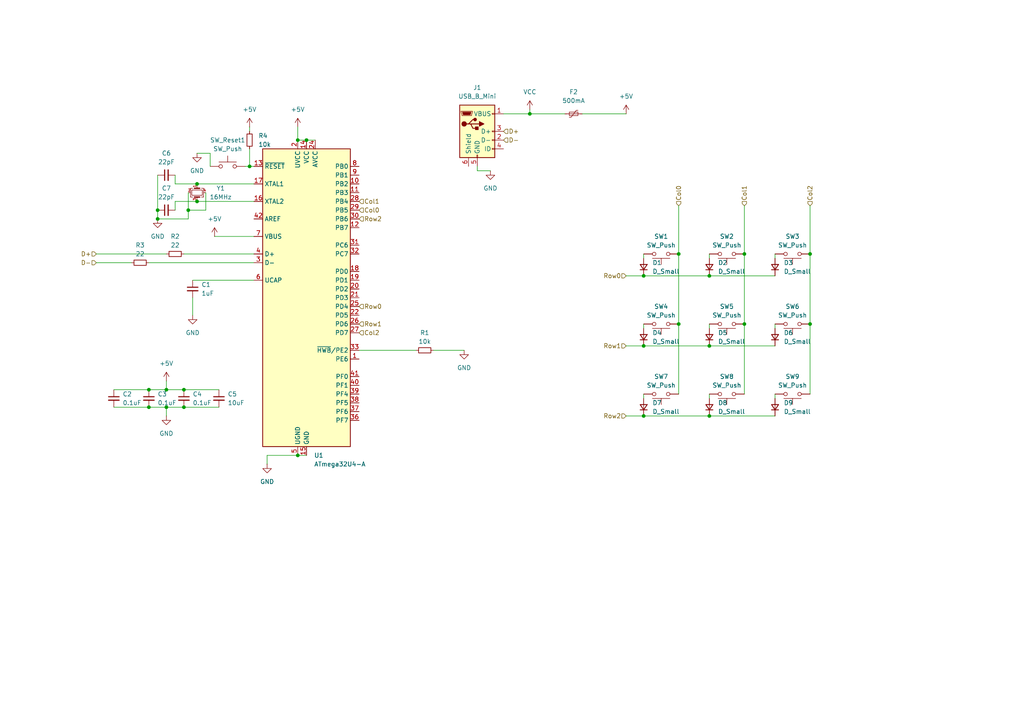
<source format=kicad_sch>
(kicad_sch (version 20231120) (generator "eeschema") (generator_version "8.0")
  (paper "A4")
  (lib_symbols
    (symbol "Connector:USB_B_Mini" (pin_names (offset 1.016))
      (property "Reference" "J" (at -5.08 11.43 0))
      (property "Value" "USB_B_Mini" (at -5.08 8.89 0))
      (symbol "USB_B_Mini_0_1"
        (rectangle (start -5.08 -7.62) (end 5.08 7.62) (stroke (width 0.254)) (fill (type background)))
        (circle (center -3.81 2.159) (radius 0.635) (stroke (width 0.254)) (fill (type outline)))
        (circle (center -0.635 3.429) (radius 0.381) (stroke (width 0.254)) (fill (type outline)))
        (rectangle (start -0.127 -7.62) (end 0.127 -6.858))
        (polyline (pts (xy -1.905 2.159) (xy 0.635 2.159)) (stroke (width 0.254)))
        (polyline (pts (xy -3.175 2.159) (xy -2.54 2.159) (xy -1.27 3.429) (xy -0.635 3.429)) (stroke (width 0.254)))
        (polyline (pts (xy -2.54 2.159) (xy -1.905 2.159) (xy -1.27 0.889) (xy 0 0.889)) (stroke (width 0.254)))
        (polyline (pts (xy 0.635 2.794) (xy 0.635 1.524) (xy 1.905 2.159) (xy 0.635 2.794)) (stroke (width 0.254)) (fill (type outline)))
        (polyline (pts (xy -4.318 5.588) (xy -1.778 5.588) (xy -2.032 4.826) (xy -4.064 4.826) (xy -4.318 5.588)) (fill (type outline)))
        (polyline (pts (xy -4.699 5.842) (xy -4.699 5.588) (xy -4.445 4.826) (xy -4.445 4.572) (xy -1.651 4.572) (xy -1.651 4.826) (xy -1.397 5.588) (xy -1.397 5.842) (xy -4.699 5.842)))
        (rectangle (start 0.254 1.27) (end -0.508 0.508) (stroke (width 0.254)) (fill (type outline)))
        (rectangle (start 5.08 -5.207) (end 4.318 -4.953))
        (rectangle (start 5.08 -2.667) (end 4.318 -2.413))
        (rectangle (start 5.08 -0.127) (end 4.318 0.127))
        (rectangle (start 5.08 4.953) (end 4.318 5.207))
      )
      (symbol "USB_B_Mini_1_1"
        (pin power_out line (at 7.62 5.08 180) (length 2.54) (name "VBUS") (number "1"))
        (pin bidirectional line (at 7.62 -2.54 180) (length 2.54) (name "D-") (number "2"))
        (pin bidirectional line (at 7.62 0 180) (length 2.54) (name "D+") (number "3"))
        (pin passive line (at 7.62 -5.08 180) (length 2.54) (name "ID") (number "4"))
        (pin power_out line (at 0 -10.16 90) (length 2.54) (name "GND") (number "5"))
        (pin passive line (at -2.54 -10.16 90) (length 2.54) (name "Shield") (number "6"))
      )
    )
    (symbol "Device:C_Small" (pin_numbers hide) (pin_names (offset 0.254) hide)
      (property "Reference" "C" (at 0.254 1.778 0))
      (property "Value" "C_Small" (at 0.254 -2.032 0))
      (symbol "C_Small_0_1"
        (polyline (pts (xy -1.524 -0.508) (xy 1.524 -0.508)) (stroke (width 0.3302)))
        (polyline (pts (xy -1.524 0.508) (xy 1.524 0.508)) (stroke (width 0.3048)))
      )
      (symbol "C_Small_1_1"
        (pin passive line (at 0 2.54 270) (length 2.032) (name "~") (number "1"))
        (pin passive line (at 0 -2.54 90) (length 2.032) (name "~") (number "2"))
      )
    )
    (symbol "Device:Crystal_GND24_Small" (pin_names (offset 1.016) hide)
      (property "Reference" "Y" (at 1.27 4.445 0))
      (property "Value" "Crystal_GND24_Small" (at 1.27 2.54 0))
      (symbol "Crystal_GND24_Small_0_1"
        (rectangle (start -0.762 -1.524) (end 0.762 1.524))
        (polyline (pts (xy -1.27 -0.762) (xy -1.27 0.762)) (stroke (width 0.381)))
        (polyline (pts (xy 1.27 -0.762) (xy 1.27 0.762)) (stroke (width 0.381)))
        (polyline (pts (xy -1.27 -1.27) (xy -1.27 -1.905) (xy 1.27 -1.905) (xy 1.27 -1.27)))
        (polyline (pts (xy -1.27 1.27) (xy -1.27 1.905) (xy 1.27 1.905) (xy 1.27 1.27)))
      )
      (symbol "Crystal_GND24_Small_1_1"
        (pin passive line (at -2.54 0 0) (length 1.27) (name "1") (number "1"))
        (pin passive line (at 0 -2.54 90) (length 0.635) (name "2") (number "2"))
        (pin passive line (at 2.54 0 180) (length 1.27) (name "3") (number "3"))
        (pin passive line (at 0 2.54 270) (length 0.635) (name "4") (number "4"))
      )
    )
    (symbol "Device:D_Small" (pin_numbers hide) (pin_names (offset 0.254) hide)
      (property "Reference" "D" (at -1.27 2.032 0))
      (property "Value" "D_Small" (at -3.81 -2.032 0))
      (symbol "D_Small_0_1"
        (polyline (pts (xy -0.762 -1.016) (xy -0.762 1.016)) (stroke (width 0.254)))
        (polyline (pts (xy -0.762 0) (xy 0.762 0)))
        (polyline (pts (xy 0.762 -1.016) (xy -0.762 0) (xy 0.762 1.016) (xy 0.762 -1.016)) (stroke (width 0.254)))
      )
      (symbol "D_Small_1_1"
        (pin passive line (at -2.54 0 0) (length 1.778) (name "K") (number "1"))
        (pin passive line (at 2.54 0 180) (length 1.778) (name "A") (number "2"))
      )
    )
    (symbol "Device:Polyfuse_Small" (pin_numbers hide) (pin_names (offset 0))
      (property "Reference" "F" (at -1.905 0 90))
      (property "Value" "Polyfuse_Small" (at 1.905 0 90))
      (symbol "Polyfuse_Small_0_1"
        (rectangle (start -0.508 1.27) (end 0.508 -1.27))
        (polyline (pts (xy 0 2.54) (xy 0 -2.54)))
        (polyline (pts (xy -1.016 1.27) (xy -1.016 0.762) (xy 1.016 -0.762) (xy 1.016 -1.27)))
      )
      (symbol "Polyfuse_Small_1_1"
        (pin passive line (at 0 2.54 270) (length 0.635) (name "~") (number "1"))
        (pin passive line (at 0 -2.54 90) (length 0.635) (name "~") (number "2"))
      )
    )
    (symbol "Device:R_Small" (pin_numbers hide) (pin_names (offset 0.254) hide)
      (property "Reference" "R" (at 0.762 0.508 0))
      (property "Value" "R_Small" (at 0.762 -1.016 0))
      (symbol "R_Small_0_1"
        (rectangle (start -0.762 1.778) (end 0.762 -1.778) (stroke (width 0.2032)))
      )
      (symbol "R_Small_1_1"
        (pin passive line (at 0 2.54 270) (length 0.762) (name "~") (number "1"))
        (pin passive line (at 0 -2.54 90) (length 0.762) (name "~") (number "2"))
      )
    )
    (symbol "MCU_Microchip_ATmega:ATmega32U4-A"
      (property "Reference" "U" (at -12.7 44.45 0))
      (property "Value" "ATmega32U4-A" (at 2.54 -44.45 0))
      (symbol "ATmega32U4-A_0_1"
        (rectangle (start -12.7 -43.18) (end 12.7 43.18) (stroke (width 0.254)) (fill (type background)))
      )
      (symbol "ATmega32U4-A_1_1"
        (pin bidirectional line (at 15.24 -17.78 180) (length 2.54) (name "PE6") (number "1"))
        (pin bidirectional line (at 15.24 33.02 180) (length 2.54) (name "PB2") (number "10"))
        (pin bidirectional line (at 15.24 30.48 180) (length 2.54) (name "PB3") (number "11"))
        (pin bidirectional line (at 15.24 20.32 180) (length 2.54) (name "PB7") (number "12"))
        (pin input line (at -15.24 38.1 0) (length 2.54) (name "~{RESET}") (number "13"))
        (pin power_in line (at 0 45.72 270) (length 2.54) (name "VCC") (number "14"))
        (pin power_in line (at 0 -45.72 90) (length 2.54) (name "GND") (number "15"))
        (pin output line (at -15.24 27.94 0) (length 2.54) (name "XTAL2") (number "16"))
        (pin input line (at -15.24 33.02 0) (length 2.54) (name "XTAL1") (number "17"))
        (pin bidirectional line (at 15.24 7.62 180) (length 2.54) (name "PD0") (number "18"))
        (pin bidirectional line (at 15.24 5.08 180) (length 2.54) (name "PD1") (number "19"))
        (pin power_in line (at -2.54 45.72 270) (length 2.54) (name "UVCC") (number "2"))
        (pin bidirectional line (at 15.24 2.54 180) (length 2.54) (name "PD2") (number "20"))
        (pin bidirectional line (at 15.24 0 180) (length 2.54) (name "PD3") (number "21"))
        (pin bidirectional line (at 15.24 -5.08 180) (length 2.54) (name "PD5") (number "22"))
        (pin passive line (at 0 -45.72 90) (length 2.54) hide (name "GND") (number "23"))
        (pin power_in line (at 2.54 45.72 270) (length 2.54) (name "AVCC") (number "24"))
        (pin bidirectional line (at 15.24 -2.54 180) (length 2.54) (name "PD4") (number "25"))
        (pin bidirectional line (at 15.24 -7.62 180) (length 2.54) (name "PD6") (number "26"))
        (pin bidirectional line (at 15.24 -10.16 180) (length 2.54) (name "PD7") (number "27"))
        (pin bidirectional line (at 15.24 27.94 180) (length 2.54) (name "PB4") (number "28"))
        (pin bidirectional line (at 15.24 25.4 180) (length 2.54) (name "PB5") (number "29"))
        (pin bidirectional line (at -15.24 10.16 0) (length 2.54) (name "D-") (number "3"))
        (pin bidirectional line (at 15.24 22.86 180) (length 2.54) (name "PB6") (number "30"))
        (pin bidirectional line (at 15.24 15.24 180) (length 2.54) (name "PC6") (number "31"))
        (pin bidirectional line (at 15.24 12.7 180) (length 2.54) (name "PC7") (number "32"))
        (pin bidirectional line (at 15.24 -15.24 180) (length 2.54) (name "~{HWB}/PE2") (number "33"))
        (pin passive line (at 0 45.72 270) (length 2.54) hide (name "VCC") (number "34"))
        (pin passive line (at 0 -45.72 90) (length 2.54) hide (name "GND") (number "35"))
        (pin bidirectional line (at 15.24 -35.56 180) (length 2.54) (name "PF7") (number "36"))
        (pin bidirectional line (at 15.24 -33.02 180) (length 2.54) (name "PF6") (number "37"))
        (pin bidirectional line (at 15.24 -30.48 180) (length 2.54) (name "PF5") (number "38"))
        (pin bidirectional line (at 15.24 -27.94 180) (length 2.54) (name "PF4") (number "39"))
        (pin bidirectional line (at -15.24 12.7 0) (length 2.54) (name "D+") (number "4"))
        (pin bidirectional line (at 15.24 -25.4 180) (length 2.54) (name "PF1") (number "40"))
        (pin bidirectional line (at 15.24 -22.86 180) (length 2.54) (name "PF0") (number "41"))
        (pin passive line (at -15.24 22.86 0) (length 2.54) (name "AREF") (number "42"))
        (pin passive line (at 0 -45.72 90) (length 2.54) hide (name "GND") (number "43"))
        (pin passive line (at 2.54 45.72 270) (length 2.54) hide (name "AVCC") (number "44"))
        (pin passive line (at -2.54 -45.72 90) (length 2.54) (name "UGND") (number "5"))
        (pin passive line (at -15.24 5.08 0) (length 2.54) (name "UCAP") (number "6"))
        (pin input line (at -15.24 17.78 0) (length 2.54) (name "VBUS") (number "7"))
        (pin bidirectional line (at 15.24 38.1 180) (length 2.54) (name "PB0") (number "8"))
        (pin bidirectional line (at 15.24 35.56 180) (length 2.54) (name "PB1") (number "9"))
      )
    )
    (symbol "Switch:SW_Push" (pin_numbers hide) (pin_names (offset 1.016) hide)
      (property "Reference" "SW" (at 1.27 2.54 0))
      (property "Value" "SW_Push" (at 0 -1.524 0))
      (symbol "SW_Push_0_1"
        (circle (center -2.032 0) (radius 0.508))
        (polyline (pts (xy 0 1.27) (xy 0 3.048)))
        (polyline (pts (xy 2.54 1.27) (xy -2.54 1.27)))
        (circle (center 2.032 0) (radius 0.508))
        (pin passive line (at -5.08 0 0) (length 2.54) (name "1") (number "1"))
        (pin passive line (at 5.08 0 180) (length 2.54) (name "2") (number "2"))
      )
    )
    (symbol "power:+5V" (power) (pin_numbers hide) (pin_names (offset 0) hide)
      (property "Value" "+5V" (at 0 3.556 0))
      (symbol "+5V_0_1"
        (polyline (pts (xy -0.762 1.27) (xy 0 2.54)))
        (polyline (pts (xy 0 0) (xy 0 2.54)))
        (polyline (pts (xy 0 2.54) (xy 0.762 1.27)))
      )
      (symbol "+5V_1_1"
        (pin power_in line (at 0 0 90) (length 0) (name "~") (number "1"))
      )
    )
    (symbol "power:GND" (power) (pin_numbers hide) (pin_names (offset 0) hide)
      (property "Value" "GND" (at 0 -3.81 0))
      (symbol "GND_0_1"
        (polyline (pts (xy 0 0) (xy 0 -1.27) (xy 1.27 -1.27) (xy 0 -2.54) (xy -1.27 -1.27) (xy 0 -1.27)))
      )
      (symbol "GND_1_1"
        (pin power_in line (at 0 0 270) (length 0) (name "~") (number "1"))
      )
    )
    (symbol "power:VCC" (power) (pin_numbers hide) (pin_names (offset 0) hide)
      (property "Value" "VCC" (at 0 3.556 0))
      (symbol "VCC_0_1"
        (polyline (pts (xy -0.762 1.27) (xy 0 2.54)))
        (polyline (pts (xy 0 0) (xy 0 2.54)))
        (polyline (pts (xy 0 2.54) (xy 0.762 1.27)))
      )
      (symbol "VCC_1_1"
        (pin power_in line (at 0 0 90) (length 0) (name "~") (number "1"))
      )
    )
  )
  (junction (at 45.72 63.5))
  (junction (at 45.72 60.96))
  (junction (at 48.26 118.11))
  (junction (at 234.95 73.66))
  (junction (at 205.74 120.65))
  (junction (at 215.9 93.98))
  (junction (at 186.69 80.01))
  (junction (at 53.34 113.03))
  (junction (at 72.39 48.26))
  (junction (at 234.95 93.98))
  (junction (at 86.36 132.08))
  (junction (at 54.61 60.96))
  (junction (at 186.69 120.65))
  (junction (at 53.34 118.11))
  (junction (at 43.18 118.11))
  (junction (at 48.26 113.03))
  (junction (at 57.15 58.42))
  (junction (at 215.9 73.66))
  (junction (at 196.85 93.98))
  (junction (at 86.36 40.64))
  (junction (at 205.74 100.33))
  (junction (at 205.74 80.01))
  (junction (at 43.18 113.03))
  (junction (at 57.15 53.34))
  (junction (at 186.69 100.33))
  (junction (at 153.67 33.02))
  (junction (at 196.85 73.66))
  (junction (at 88.9 40.64))
  (wire (pts (xy 181.61 100.33) (xy 186.69 100.33)))
  (wire (pts (xy 88.9 132.08) (xy 86.36 132.08)))
  (wire (pts (xy 205.74 73.66) (xy 205.74 74.93)))
  (wire (pts (xy 234.95 59.69) (xy 234.95 73.66)))
  (wire (pts (xy 54.61 60.96) (xy 54.61 63.5)))
  (wire (pts (xy 57.15 53.34) (xy 73.66 53.34)))
  (wire (pts (xy 125.73 101.6) (xy 134.62 101.6)))
  (wire (pts (xy 50.8 60.96) (xy 50.8 58.42)))
  (wire (pts (xy 77.47 132.08) (xy 77.47 134.62)))
  (wire (pts (xy 224.79 114.3) (xy 224.79 115.57)))
  (wire (pts (xy 33.02 113.03) (xy 43.18 113.03)))
  (wire (pts (xy 57.15 58.42) (xy 73.66 58.42)))
  (wire (pts (xy 72.39 36.83) (xy 72.39 38.1)))
  (wire (pts (xy 45.72 50.8) (xy 45.72 60.96)))
  (wire (pts (xy 86.36 132.08) (xy 77.47 132.08)))
  (wire (pts (xy 48.26 110.49) (xy 48.26 113.03)))
  (wire (pts (xy 196.85 93.98) (xy 196.85 114.3)))
  (wire (pts (xy 60.96 48.26) (xy 60.96 44.45)))
  (wire (pts (xy 48.26 113.03) (xy 53.34 113.03)))
  (wire (pts (xy 224.79 93.98) (xy 224.79 95.25)))
  (wire (pts (xy 205.74 100.33) (xy 224.79 100.33)))
  (wire (pts (xy 205.74 80.01) (xy 224.79 80.01)))
  (wire (pts (xy 224.79 73.66) (xy 224.79 74.93)))
  (wire (pts (xy 72.39 43.18) (xy 72.39 48.26)))
  (wire (pts (xy 153.67 33.02) (xy 163.83 33.02)))
  (wire (pts (xy 53.34 113.03) (xy 63.5 113.03)))
  (wire (pts (xy 27.94 73.66) (xy 48.26 73.66)))
  (wire (pts (xy 181.61 120.65) (xy 186.69 120.65)))
  (wire (pts (xy 48.26 118.11) (xy 48.26 120.65)))
  (wire (pts (xy 43.18 118.11) (xy 48.26 118.11)))
  (wire (pts (xy 54.61 63.5) (xy 45.72 63.5)))
  (wire (pts (xy 142.24 49.53) (xy 138.43 49.53)))
  (wire (pts (xy 53.34 118.11) (xy 63.5 118.11)))
  (wire (pts (xy 205.74 93.98) (xy 205.74 95.25)))
  (wire (pts (xy 196.85 73.66) (xy 196.85 93.98)))
  (wire (pts (xy 59.69 55.88) (xy 59.69 60.96)))
  (wire (pts (xy 59.69 60.96) (xy 54.61 60.96)))
  (wire (pts (xy 43.18 113.03) (xy 48.26 113.03)))
  (wire (pts (xy 215.9 73.66) (xy 215.9 93.98)))
  (wire (pts (xy 60.96 44.45) (xy 57.15 44.45)))
  (wire (pts (xy 50.8 53.34) (xy 57.15 53.34)))
  (wire (pts (xy 138.43 49.53) (xy 138.43 48.26)))
  (wire (pts (xy 86.36 36.83) (xy 86.36 40.64)))
  (wire (pts (xy 153.67 31.75) (xy 153.67 33.02)))
  (wire (pts (xy 205.74 120.65) (xy 224.79 120.65)))
  (wire (pts (xy 186.69 120.65) (xy 205.74 120.65)))
  (wire (pts (xy 62.23 68.58) (xy 73.66 68.58)))
  (wire (pts (xy 186.69 100.33) (xy 205.74 100.33)))
  (wire (pts (xy 71.12 48.26) (xy 72.39 48.26)))
  (wire (pts (xy 50.8 50.8) (xy 50.8 53.34)))
  (wire (pts (xy 33.02 118.11) (xy 43.18 118.11)))
  (wire (pts (xy 186.69 93.98) (xy 186.69 95.25)))
  (wire (pts (xy 54.61 55.88) (xy 54.61 60.96)))
  (wire (pts (xy 50.8 58.42) (xy 57.15 58.42)))
  (wire (pts (xy 104.14 101.6) (xy 120.65 101.6)))
  (wire (pts (xy 168.91 33.02) (xy 181.61 33.02)))
  (wire (pts (xy 86.36 40.64) (xy 88.9 40.64)))
  (wire (pts (xy 205.74 114.3) (xy 205.74 115.57)))
  (wire (pts (xy 146.05 33.02) (xy 153.67 33.02)))
  (wire (pts (xy 234.95 93.98) (xy 234.95 114.3)))
  (wire (pts (xy 186.69 80.01) (xy 205.74 80.01)))
  (wire (pts (xy 215.9 93.98) (xy 215.9 114.3)))
  (wire (pts (xy 88.9 40.64) (xy 91.44 40.64)))
  (wire (pts (xy 186.69 74.93) (xy 186.69 73.66)))
  (wire (pts (xy 43.18 76.2) (xy 73.66 76.2)))
  (wire (pts (xy 53.34 73.66) (xy 73.66 73.66)))
  (wire (pts (xy 45.72 60.96) (xy 45.72 63.5)))
  (wire (pts (xy 215.9 59.69) (xy 215.9 73.66)))
  (wire (pts (xy 55.88 81.28) (xy 73.66 81.28)))
  (wire (pts (xy 181.61 80.01) (xy 186.69 80.01)))
  (wire (pts (xy 48.26 118.11) (xy 53.34 118.11)))
  (wire (pts (xy 55.88 86.36) (xy 55.88 91.44)))
  (wire (pts (xy 234.95 73.66) (xy 234.95 93.98)))
  (wire (pts (xy 196.85 59.69) (xy 196.85 73.66)))
  (wire (pts (xy 72.39 48.26) (xy 73.66 48.26)))
  (wire (pts (xy 186.69 114.3) (xy 186.69 115.57)))
  (wire (pts (xy 27.94 76.2) (xy 38.1 76.2)))
  (hierarchical_label "D+" (shape input) (at 146.05 38.1 0))
  (hierarchical_label "Col2" (shape input) (at 104.14 96.52 0))
  (hierarchical_label "Row2" (shape input) (at 181.61 120.65 180))
  (hierarchical_label "Col2" (shape input) (at 234.95 59.69 90))
  (hierarchical_label "D-" (shape input) (at 27.94 76.2 180))
  (hierarchical_label "Col1" (shape input) (at 215.9 59.69 90))
  (hierarchical_label "Row0" (shape input) (at 104.14 88.9 0))
  (hierarchical_label "Col0" (shape input) (at 104.14 60.96 0))
  (hierarchical_label "D-" (shape input) (at 146.05 40.64 0))
  (hierarchical_label "Col1" (shape input) (at 104.14 58.42 0))
  (hierarchical_label "Row2" (shape input) (at 104.14 63.5 0))
  (hierarchical_label "Row1" (shape input) (at 104.14 93.98 0))
  (hierarchical_label "D+" (shape input) (at 27.94 73.66 180))
  (hierarchical_label "Row0" (shape input) (at 181.61 80.01 180))
  (hierarchical_label "Row1" (shape input) (at 181.61 100.33 180))
  (hierarchical_label "Col0" (shape input) (at 196.85 59.69 90))
  (symbol (lib_id "Switch:SW_Push") (at 229.87 93.98 180) (unit 1)
    (property "Reference" "SW6" (at 229.87 88.9 0))
    (property "Value" "SW_Push" (at 229.87 91.44 0))
    (property "Footprint" "PCM_Switch_Keyboard_Hotswap_Kailh:SW_Hotswap_Kailh_MX_Plated_1.00u" (effects (hide yes)))
    (property "Description" "Push button switch, generic, two pins" (effects (hide yes)))
  )
  (symbol (lib_id "Device:C_Small") (at 63.5 115.57 0) (unit 1)
    (property "Reference" "C5" (at 66.04 114.3062 0) (effects (justify left)))
    (property "Value" "10uF" (at 66.04 116.8462 0) (effects (justify left)))
    (property "Footprint" "Capacitor_SMD:C_0805_2012Metric" (effects (hide yes)))
    (property "Description" "Unpolarized capacitor, small symbol" (effects (hide yes)))
  )
  (symbol (lib_id "Switch:SW_Push") (at 66.04 48.26 0) (unit 1)
    (property "Reference" "SW_Reset1" (at 66.04 40.64 0))
    (property "Value" "SW_Push" (at 66.04 43.18 0))
    (property "Footprint" "Button_Switch_SMD:SW_Push_1P1T_NO_CK_KMR2" (effects (hide yes)))
    (property "Description" "Push button switch, generic, two pins" (effects (hide yes)))
  )
  (symbol (lib_id "Switch:SW_Push") (at 210.82 93.98 180) (unit 1)
    (property "Reference" "SW5" (at 210.82 88.9 0))
    (property "Value" "SW_Push" (at 210.82 91.44 0))
    (property "Footprint" "PCM_Switch_Keyboard_Hotswap_Kailh:SW_Hotswap_Kailh_MX_Plated_1.00u" (effects (hide yes)))
    (property "Description" "Push button switch, generic, two pins" (effects (hide yes)))
  )
  (symbol (lib_id "Switch:SW_Push") (at 210.82 114.3 180) (unit 1)
    (property "Reference" "SW8" (at 210.82 109.22 0))
    (property "Value" "SW_Push" (at 210.82 111.76 0))
    (property "Footprint" "PCM_Switch_Keyboard_Hotswap_Kailh:SW_Hotswap_Kailh_MX_Plated_1.00u" (effects (hide yes)))
    (property "Description" "Push button switch, generic, two pins" (effects (hide yes)))
  )
  (symbol (lib_id "power:+5V") (at 86.36 36.83 0) (unit 1)
    (property "Reference" "#PWR01" (effects (hide yes)))
    (property "Value" "+5V" (at 86.36 31.75 0))
    (property "Description" "Power symbol creates a global label with name \"+5V\"" (effects (hide yes)))
  )
  (symbol (lib_id "Switch:SW_Push") (at 191.77 93.98 180) (unit 1)
    (property "Reference" "SW4" (at 191.77 88.9 0))
    (property "Value" "SW_Push" (at 191.77 91.44 0))
    (property "Footprint" "PCM_Switch_Keyboard_Hotswap_Kailh:SW_Hotswap_Kailh_MX_Plated_1.00u" (effects (hide yes)))
    (property "Description" "Push button switch, generic, two pins" (effects (hide yes)))
  )
  (symbol (lib_id "Device:D_Small") (at 186.69 97.79 90) (unit 1)
    (property "Reference" "D4" (at 189.23 96.5199 90) (effects (justify right)))
    (property "Value" "D_Small" (at 189.23 99.0599 90) (effects (justify right)))
    (property "Footprint" "Diode_SMD:D_SOD-123" (effects (hide yes)))
    (property "Description" "Diode, small symbol" (effects (hide yes)))
    (property "Sim.Device" "D" (effects (hide yes)))
    (property "Sim.Pins" "1=K 2=A" (effects (hide yes)))
  )
  (symbol (lib_id "Device:Crystal_GND24_Small") (at 57.15 55.88 270) (unit 1)
    (property "Reference" "Y1" (at 64.008 54.61 90))
    (property "Value" "16MHz" (at 64.008 57.15 90))
    (property "Footprint" "Crystal:Crystal_SMD_3225-4Pin_3.2x2.5mm" (effects (hide yes)))
    (property "Description" "Four pin crystal, GND on pins 2 and 4, small symbol" (effects (hide yes)))
  )
  (symbol (lib_id "power:+5V") (at 48.26 110.49 0) (unit 1)
    (property "Reference" "#PWR06" (effects (hide yes)))
    (property "Value" "+5V" (at 48.26 105.41 0))
    (property "Description" "Power symbol creates a global label with name \"+5V\"" (effects (hide yes)))
  )
  (symbol (lib_id "Device:D_Small") (at 224.79 97.79 90) (unit 1)
    (property "Reference" "D6" (at 227.33 96.5199 90) (effects (justify right)))
    (property "Value" "D_Small" (at 227.33 99.0599 90) (effects (justify right)))
    (property "Footprint" "Diode_SMD:D_SOD-123" (effects (hide yes)))
    (property "Description" "Diode, small symbol" (effects (hide yes)))
    (property "Sim.Device" "D" (effects (hide yes)))
    (property "Sim.Pins" "1=K 2=A" (effects (hide yes)))
  )
  (symbol (lib_id "Device:C_Small") (at 55.88 83.82 0) (unit 1)
    (property "Reference" "C1" (at 58.42 82.5562 0) (effects (justify left)))
    (property "Value" "1uF" (at 58.42 85.0962 0) (effects (justify left)))
    (property "Footprint" "Capacitor_SMD:C_0805_2012Metric" (effects (hide yes)))
    (property "Description" "Unpolarized capacitor, small symbol" (effects (hide yes)))
  )
  (symbol (lib_id "power:GND") (at 142.24 49.53 0) (unit 1)
    (property "Reference" "#PWR016" (effects (hide yes)))
    (property "Value" "GND" (at 142.24 54.61 0))
    (property "Description" "Power symbol creates a global label with name \"GND\" , ground" (effects (hide yes)))
  )
  (symbol (lib_id "Switch:SW_Push") (at 191.77 114.3 180) (unit 1)
    (property "Reference" "SW7" (at 191.77 109.22 0))
    (property "Value" "SW_Push" (at 191.77 111.76 0))
    (property "Footprint" "PCM_Switch_Keyboard_Hotswap_Kailh:SW_Hotswap_Kailh_MX_Plated_1.00u" (effects (hide yes)))
    (property "Description" "Push button switch, generic, two pins" (effects (hide yes)))
  )
  (symbol (lib_id "power:GND") (at 57.15 44.45 0) (unit 1)
    (property "Reference" "#PWR09" (effects (hide yes)))
    (property "Value" "GND" (at 57.15 49.53 0))
    (property "Description" "Power symbol creates a global label with name \"GND\" , ground" (effects (hide yes)))
  )
  (symbol (lib_id "power:GND") (at 48.26 120.65 0) (unit 1)
    (property "Reference" "#PWR05" (effects (hide yes)))
    (property "Value" "GND" (at 48.26 125.73 0))
    (property "Description" "Power symbol creates a global label with name \"GND\" , ground" (effects (hide yes)))
  )
  (symbol (lib_id "Device:C_Small") (at 53.34 115.57 0) (unit 1)
    (property "Reference" "C4" (at 55.88 114.3062 0) (effects (justify left)))
    (property "Value" "0.1uF" (at 55.88 116.8462 0) (effects (justify left)))
    (property "Footprint" "Capacitor_SMD:C_0805_2012Metric" (effects (hide yes)))
    (property "Description" "Unpolarized capacitor, small symbol" (effects (hide yes)))
  )
  (symbol (lib_id "Device:R_Small") (at 50.8 73.66 90) (unit 1)
    (property "Reference" "R2" (at 50.8 68.58 90))
    (property "Value" "22" (at 50.8 71.12 90))
    (property "Footprint" "Resistor_SMD:R_0805_2012Metric" (effects (hide yes)))
    (property "Description" "Resistor, small symbol" (effects (hide yes)))
  )
  (symbol (lib_id "Switch:SW_Push") (at 229.87 114.3 180) (unit 1)
    (property "Reference" "SW9" (at 229.87 109.22 0))
    (property "Value" "SW_Push" (at 229.87 111.76 0))
    (property "Footprint" "PCM_Switch_Keyboard_Hotswap_Kailh:SW_Hotswap_Kailh_MX_Plated_1.00u" (effects (hide yes)))
    (property "Description" "Push button switch, generic, two pins" (effects (hide yes)))
  )
  (symbol (lib_id "Switch:SW_Push") (at 191.77 73.66 180) (unit 1)
    (property "Reference" "SW1" (at 191.77 68.58 0))
    (property "Value" "SW_Push" (at 191.77 71.12 0))
    (property "Footprint" "PCM_Switch_Keyboard_Hotswap_Kailh:SW_Hotswap_Kailh_MX_Plated_1.00u" (effects (hide yes)))
    (property "Description" "Push button switch, generic, two pins" (effects (hide yes)))
  )
  (symbol (lib_id "Switch:SW_Push") (at 210.82 73.66 180) (unit 1)
    (property "Reference" "SW2" (at 210.82 68.58 0))
    (property "Value" "SW_Push" (at 210.82 71.12 0))
    (property "Footprint" "PCM_Switch_Keyboard_Hotswap_Kailh:SW_Hotswap_Kailh_MX_Plated_1.00u" (effects (hide yes)))
    (property "Description" "Push button switch, generic, two pins" (effects (hide yes)))
  )
  (symbol (lib_id "Device:C_Small") (at 48.26 60.96 90) (unit 1)
    (property "Reference" "C7" (at 48.2663 54.61 90))
    (property "Value" "22pF" (at 48.2663 57.15 90))
    (property "Footprint" "Capacitor_SMD:C_0805_2012Metric" (effects (hide yes)))
    (property "Description" "Unpolarized capacitor, small symbol" (effects (hide yes)))
  )
  (symbol (lib_id "Device:C_Small") (at 33.02 115.57 0) (unit 1)
    (property "Reference" "C2" (at 35.56 114.3062 0) (effects (justify left)))
    (property "Value" "0.1uF" (at 35.56 116.8462 0) (effects (justify left)))
    (property "Footprint" "Capacitor_SMD:C_0805_2012Metric" (effects (hide yes)))
    (property "Description" "Unpolarized capacitor, small symbol" (effects (hide yes)))
  )
  (symbol (lib_id "Device:D_Small") (at 224.79 118.11 90) (unit 1)
    (property "Reference" "D9" (at 227.33 116.8399 90) (effects (justify right)))
    (property "Value" "D_Small" (at 227.33 119.3799 90) (effects (justify right)))
    (property "Footprint" "Diode_SMD:D_SOD-123" (effects (hide yes)))
    (property "Description" "Diode, small symbol" (effects (hide yes)))
    (property "Sim.Device" "D" (effects (hide yes)))
    (property "Sim.Pins" "1=K 2=A" (effects (hide yes)))
  )
  (symbol (lib_id "power:+5V") (at 181.61 33.02 0) (unit 1)
    (property "Reference" "#PWR015" (effects (hide yes)))
    (property "Value" "+5V" (at 181.61 27.94 0))
    (property "Description" "Power symbol creates a global label with name \"+5V\"" (effects (hide yes)))
  )
  (symbol (lib_id "Device:R_Small") (at 72.39 40.64 0) (unit 1)
    (property "Reference" "R4" (at 74.93 39.3699 0) (effects (justify left)))
    (property "Value" "10k" (at 74.93 41.9099 0) (effects (justify left)))
    (property "Footprint" "Resistor_SMD:R_0805_2012Metric" (effects (hide yes)))
    (property "Description" "Resistor, small symbol" (effects (hide yes)))
  )
  (symbol (lib_id "Device:D_Small") (at 205.74 97.79 90) (unit 1)
    (property "Reference" "D5" (at 208.28 96.5199 90) (effects (justify right)))
    (property "Value" "D_Small" (at 208.28 99.0599 90) (effects (justify right)))
    (property "Footprint" "Diode_SMD:D_SOD-123" (effects (hide yes)))
    (property "Description" "Diode, small symbol" (effects (hide yes)))
    (property "Sim.Device" "D" (effects (hide yes)))
    (property "Sim.Pins" "1=K 2=A" (effects (hide yes)))
  )
  (symbol (lib_id "Switch:SW_Push") (at 229.87 73.66 180) (unit 1)
    (property "Reference" "SW3" (at 229.87 68.58 0))
    (property "Value" "SW_Push" (at 229.87 71.12 0))
    (property "Footprint" "PCM_Switch_Keyboard_Hotswap_Kailh:SW_Hotswap_Kailh_MX_Plated_1.00u" (effects (hide yes)))
    (property "Description" "Push button switch, generic, two pins" (effects (hide yes)))
  )
  (symbol (lib_id "Device:D_Small") (at 205.74 77.47 90) (unit 1)
    (property "Reference" "D2" (at 208.28 76.1999 90) (effects (justify right)))
    (property "Value" "D_Small" (at 208.28 78.7399 90) (effects (justify right)))
    (property "Footprint" "Diode_SMD:D_SOD-123" (effects (hide yes)))
    (property "Description" "Diode, small symbol" (effects (hide yes)))
    (property "Sim.Device" "D" (effects (hide yes)))
    (property "Sim.Pins" "1=K 2=A" (effects (hide yes)))
  )
  (symbol (lib_id "power:GND") (at 55.88 91.44 0) (unit 1)
    (property "Reference" "#PWR04" (effects (hide yes)))
    (property "Value" "GND" (at 55.88 96.52 0))
    (property "Description" "Power symbol creates a global label with name \"GND\" , ground" (effects (hide yes)))
  )
  (symbol (lib_id "power:GND") (at 45.72 63.5 0) (unit 1)
    (property "Reference" "#PWR08" (effects (hide yes)))
    (property "Value" "GND" (at 45.72 68.58 0))
    (property "Description" "Power symbol creates a global label with name \"GND\" , ground" (effects (hide yes)))
  )
  (symbol (lib_id "Device:R_Small") (at 123.19 101.6 270) (unit 1)
    (property "Reference" "R1" (at 123.19 96.52 90))
    (property "Value" "10k" (at 123.19 99.06 90))
    (property "Footprint" "Resistor_SMD:R_0805_2012Metric" (effects (hide yes)))
    (property "Description" "Resistor, small symbol" (effects (hide yes)))
  )
  (symbol (lib_id "Device:R_Small") (at 40.64 76.2 90) (unit 1)
    (property "Reference" "R3" (at 40.64 71.12 90))
    (property "Value" "22" (at 40.64 73.66 90))
    (property "Footprint" "Resistor_SMD:R_0805_2012Metric" (effects (hide yes)))
    (property "Description" "Resistor, small symbol" (effects (hide yes)))
  )
  (symbol (lib_id "Device:D_Small") (at 186.69 118.11 90) (unit 1)
    (property "Reference" "D7" (at 189.23 116.8399 90) (effects (justify right)))
    (property "Value" "D_Small" (at 189.23 119.3799 90) (effects (justify right)))
    (property "Footprint" "Diode_SMD:D_SOD-123" (effects (hide yes)))
    (property "Description" "Diode, small symbol" (effects (hide yes)))
    (property "Sim.Device" "D" (effects (hide yes)))
    (property "Sim.Pins" "1=K 2=A" (effects (hide yes)))
  )
  (symbol (lib_id "MCU_Microchip_ATmega:ATmega32U4-A") (at 88.9 86.36 0) (unit 1)
    (property "Reference" "U1" (at 91.0941 132.08 0) (effects (justify left)))
    (property "Value" "ATmega32U4-A" (at 91.0941 134.62 0) (effects (justify left)))
    (property "Footprint" "Package_QFP:TQFP-44_10x10mm_P0.8mm" (effects (hide yes)))
    (property "Datasheet" "http://ww1.microchip.com/downloads/en/DeviceDoc/Atmel-7766-8-bit-AVR-ATmega16U4-32U4_Datasheet.pdf" (effects (hide yes)))
    (property "Description" "16MHz, 32kB Flash, 2.5kB SRAM, 1kB EEPROM, USB 2.0, TQFP-44" (effects (hide yes)))
  )
  (symbol (lib_id "Device:D_Small") (at 186.69 77.47 90) (unit 1)
    (property "Reference" "D1" (at 189.23 76.1999 90) (effects (justify right)))
    (property "Value" "D_Small" (at 189.23 78.7399 90) (effects (justify right)))
    (property "Footprint" "Diode_SMD:D_SOD-123" (effects (hide yes)))
    (property "Description" "Diode, small symbol" (effects (hide yes)))
    (property "Sim.Device" "D" (effects (hide yes)))
    (property "Sim.Pins" "1=K 2=A" (effects (hide yes)))
  )
  (symbol (lib_id "power:GND") (at 77.47 134.62 0) (unit 1)
    (property "Reference" "#PWR02" (effects (hide yes)))
    (property "Value" "GND" (at 77.47 139.7 0))
    (property "Description" "Power symbol creates a global label with name \"GND\" , ground" (effects (hide yes)))
  )
  (symbol (lib_id "Connector:USB_B_Mini") (at 138.43 38.1 0) (unit 1)
    (property "Reference" "J1" (at 138.43 25.4 0))
    (property "Value" "USB_B_Mini" (at 138.43 27.94 0))
    (property "Footprint" "Connector_USB:USB_Mini-B_Lumberg_2486_01_Horizontal" (effects (hide yes)))
    (property "Description" "USB Mini Type B connector" (effects (hide yes)))
  )
  (symbol (lib_id "Device:Polyfuse_Small") (at 166.37 33.02 90) (unit 1)
    (property "Reference" "F2" (at 166.37 26.67 90))
    (property "Value" "500mA" (at 166.37 29.21 90))
    (property "Footprint" "Fuse:Fuse_1206_3216Metric" (effects (hide yes)))
    (property "Description" "Resettable fuse, polymeric positive temperature coefficient, small symbol" (effects (hide yes)))
  )
  (symbol (lib_id "power:VCC") (at 153.67 31.75 0) (unit 1)
    (property "Reference" "#PWR014" (effects (hide yes)))
    (property "Value" "VCC" (at 153.67 26.67 0))
    (property "Description" "Power symbol creates a global label with name \"VCC\"" (effects (hide yes)))
  )
  (symbol (lib_id "Device:D_Small") (at 205.74 118.11 90) (unit 1)
    (property "Reference" "D8" (at 208.28 116.8399 90) (effects (justify right)))
    (property "Value" "D_Small" (at 208.28 119.3799 90) (effects (justify right)))
    (property "Footprint" "Diode_SMD:D_SOD-123" (effects (hide yes)))
    (property "Description" "Diode, small symbol" (effects (hide yes)))
    (property "Sim.Device" "D" (effects (hide yes)))
    (property "Sim.Pins" "1=K 2=A" (effects (hide yes)))
  )
  (symbol (lib_id "Device:C_Small") (at 48.26 50.8 90) (unit 1)
    (property "Reference" "C6" (at 48.2663 44.45 90))
    (property "Value" "22pF" (at 48.2663 46.99 90))
    (property "Footprint" "Capacitor_SMD:C_0805_2012Metric" (effects (hide yes)))
    (property "Description" "Unpolarized capacitor, small symbol" (effects (hide yes)))
  )
  (symbol (lib_id "Device:C_Small") (at 43.18 115.57 0) (unit 1)
    (property "Reference" "C3" (at 45.72 114.3062 0) (effects (justify left)))
    (property "Value" "0.1uF" (at 45.72 116.8462 0) (effects (justify left)))
    (property "Footprint" "Capacitor_SMD:C_0805_2012Metric" (effects (hide yes)))
    (property "Description" "Unpolarized capacitor, small symbol" (effects (hide yes)))
  )
  (symbol (lib_id "Device:D_Small") (at 224.79 77.47 90) (unit 1)
    (property "Reference" "D3" (at 227.33 76.1999 90) (effects (justify right)))
    (property "Value" "D_Small" (at 227.33 78.7399 90) (effects (justify right)))
    (property "Footprint" "Diode_SMD:D_SOD-123" (effects (hide yes)))
    (property "Description" "Diode, small symbol" (effects (hide yes)))
    (property "Sim.Device" "D" (effects (hide yes)))
    (property "Sim.Pins" "1=K 2=A" (effects (hide yes)))
  )
  (symbol (lib_id "power:GND") (at 134.62 101.6 0) (unit 1)
    (property "Reference" "#PWR03" (effects (hide yes)))
    (property "Value" "GND" (at 134.62 106.68 0))
    (property "Description" "Power symbol creates a global label with name \"GND\" , ground" (effects (hide yes)))
  )
  (symbol (lib_id "power:+5V") (at 62.23 68.58 0) (unit 1)
    (property "Reference" "#PWR07" (effects (hide yes)))
    (property "Value" "+5V" (at 62.23 63.5 0))
    (property "Description" "Power symbol creates a global label with name \"+5V\"" (effects (hide yes)))
  )
  (symbol (lib_id "power:+5V") (at 72.39 36.83 0) (unit 1)
    (property "Reference" "#PWR010" (effects (hide yes)))
    (property "Value" "+5V" (at 72.39 31.75 0))
    (property "Description" "Power symbol creates a global label with name \"+5V\"" (effects (hide yes)))
  )
)
</source>
